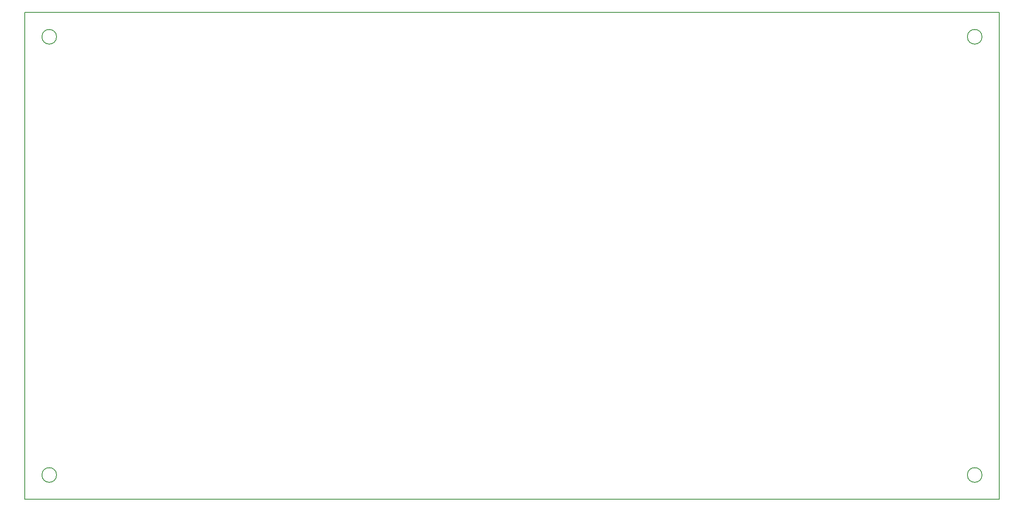
<source format=gbr>
%TF.GenerationSoftware,KiCad,Pcbnew,(5.1.10)-1*%
%TF.CreationDate,2024-07-26T12:52:35+05:30*%
%TF.ProjectId,Flyback_DC-DC,466c7962-6163-46b5-9f44-432d44432e6b,rev?*%
%TF.SameCoordinates,Original*%
%TF.FileFunction,Profile,NP*%
%FSLAX46Y46*%
G04 Gerber Fmt 4.6, Leading zero omitted, Abs format (unit mm)*
G04 Created by KiCad (PCBNEW (5.1.10)-1) date 2024-07-26 12:52:35*
%MOMM*%
%LPD*%
G01*
G04 APERTURE LIST*
%TA.AperFunction,Profile*%
%ADD10C,0.200000*%
%TD*%
G04 APERTURE END LIST*
D10*
X246500000Y-130000000D02*
G75*
G03*
X246500000Y-130000000I-1500000J0D01*
G01*
X56500000Y-130000000D02*
G75*
G03*
X56500000Y-130000000I-1500000J0D01*
G01*
X56500000Y-40000000D02*
G75*
G03*
X56500000Y-40000000I-1500000J0D01*
G01*
X246500000Y-40000000D02*
G75*
G03*
X246500000Y-40000000I-1500000J0D01*
G01*
X250000000Y-35000000D02*
X250000000Y-135000000D01*
X50000000Y-35000000D02*
X50000000Y-135000000D01*
X50000000Y-135000000D02*
X250000000Y-135000000D01*
X50000000Y-35000000D02*
X250000000Y-35000000D01*
M02*

</source>
